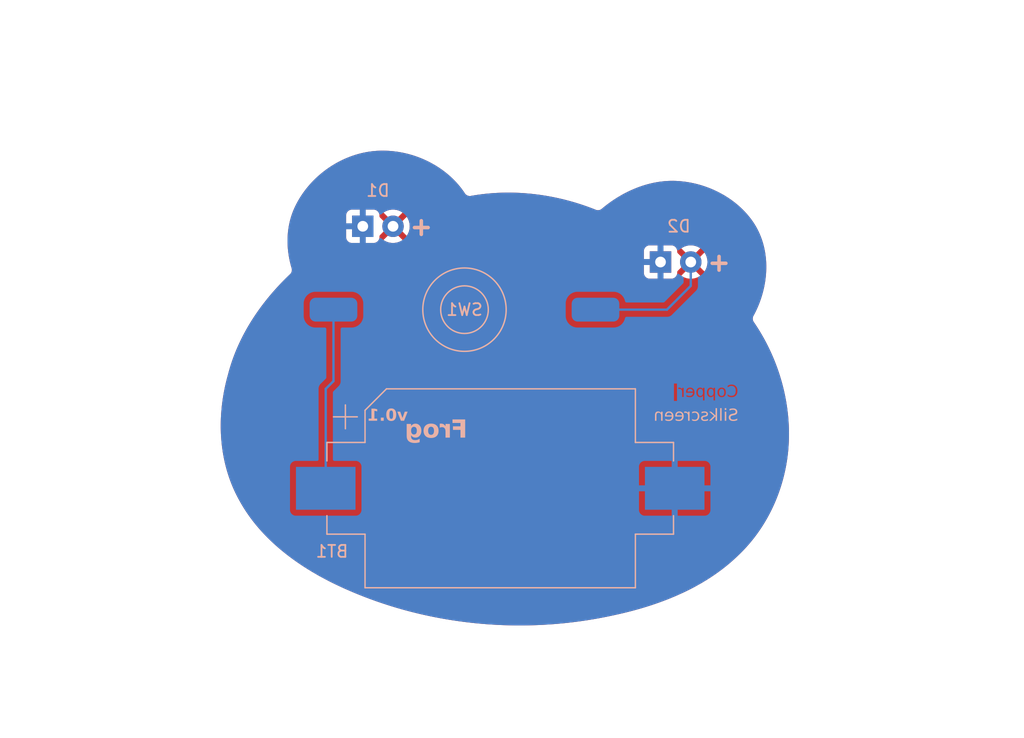
<source format=kicad_pcb>
(kicad_pcb (version 20241229) (generator "pcbnew") (generator_version "9.0")
  (layers (0 "F.Cu" signal) (2 "B.Cu" signal) (13 "F.Paste" user) (15 "B.Paste" user) (5 "F.SilkS" user "F.Silkscreen") (7 "B.SilkS" user "B.Silkscreen") (1 "F.Mask" user) (3 "B.Mask" user) (25 "Edge.Cuts" user))
  (net 0 "")
  (net 1 "GND")
  (net 2 "+3V0")
  (net 3 "VCC")
  (footprint "LED_THT:LED_D5.0mm_Clear" (layer "F.Cu") (at 128.46 73)
    (property "Reference" "D2" (at 1.54 -3 0) (layer "B.SilkS") (effects (justify mirror)))
    (property "Value" "LED")
    (pad "1" thru_hole rect (at 0 0) (size 1.8 1.8) (drill 0.9) (layers "*.Cu" "*.Mask") (net 1 "GND"))
    (pad "2" thru_hole circle (at 2.54 0) (size 1.8 1.8) (drill 0.9) (layers "*.Cu" "*.Mask") (net 3 "VCC"))
  )
  (footprint "blinkyparts:noun-frog-7216451_fertig" (layer "F.Cu") (at 91 63)
    (property "Reference" "frog" (hide yes))
    (property "Value" "G***" (hide yes))
    (fp_poly (pts (xy 14.154324 0.152403) (xy 13.901593 0.154598) (xy 13.64981 0.164911) (xy 13.399123 0.183207) (xy 13.149684 0.209353) (xy 12.901641 0.243215) (xy 12.655146 0.284659) (xy 12.410348 0.333553) (xy 12.167397 0.389761) (xy 11.926444 0.453151) (xy 11.687638 0.523588) (xy 11.451131 0.600939) (xy 11.217071 0.685071) (xy 10.985609 0.775849) (xy 10.756895 0.87314) (xy 10.531079 0.97681) (xy 10.308311 1.086726) (xy 10.088742 1.202753) (xy 9.872522 1.324759) (xy 9.659799 1.452608) (xy 9.450726 1.586169) (xy 9.245452 1.725306) (xy 9.044126 1.869887) (xy 8.846899 2.019777) (xy 8.653922 2.174843) (xy 8.465344 2.334951) (xy 8.281315 2.499968) (xy 8.101985 2.669759) (xy 7.927506 2.844192) (xy 7.758025 3.023132) (xy 7.593695 3.206445) (xy 7.434665 3.393998) (xy 7.281084 3.585658) (xy 7.133104 3.78129) (xy 6.990874 3.980761) (xy 6.854544 4.183937) (xy 6.724264 4.390685) (xy 6.600185 4.60087) (xy 6.482457 4.81436) (xy 6.37123 5.031019) (xy 6.266653 5.250716) (xy 6.165537 5.483492) (xy 6.073748 5.719193) (xy 5.991161 5.957568) (xy 5.917653 6.198368) (xy 5.853099 6.441342) (xy 5.797377 6.686241) (xy 5.750362 6.932814) (xy 5.71193 7.180812) (xy 5.681958 7.429984) (xy 5.660322 7.68008) (xy 5.646898 7.93085) (xy 5.641562 8.182044) (xy 5.64419 8.433413) (xy 5.654658 8.684705) (xy 5.672844 8.935671) (xy 5.698622 9.186062) (xy 5.731869 9.435626) (xy 5.772461 9.684114) (xy 5.820275 9.931276) (xy 5.875186 10.176861) (xy 5.937071 10.42062) (xy 6.005806 10.662303) (xy 5.818746 10.84156) (xy 5.63368 11.023017) (xy 5.450667 11.206651) (xy 5.269764 11.39244) (xy 5.091033 11.580361) (xy 4.91453 11.770392) (xy 4.740314 11.962509) (xy 4.568446 12.15669) (xy 4.398982 12.352913) (xy 4.231982 12.551154) (xy 4.067504 12.751391) (xy 3.905609 12.953601) (xy 3.746353 13.157761) (xy 3.589796 13.36385) (xy 3.435996 13.571843) (xy 3.285013 13.781718) (xy 3.136905 13.993453) (xy 2.99173 14.207025) (xy 2.849549 14.422412) (xy 2.710418 14.639589) (xy 2.574397 14.858536) (xy 2.441546 15.079228) (xy 2.311921 15.301644) (xy 2.185583 15.525761) (xy 2.06259 15.751556) (xy 1.943 15.979005) (xy 1.826873 16.208088) (xy 1.714267 16.43878) (xy 1.605241 16.671059) (xy 1.499854 16.904903) (xy 1.398164 17.140288) (xy 1.30023 17.377193) (xy 1.206111 17.615593) (xy 1.115866 17.855468) (xy 1.029553 18.096793) (xy 0.947231 18.339547) (xy 0.868959 18.583705) (xy 0.794796 18.829247) (xy 0.7248 19.076149) (xy 0.65903 19.324388) (xy 0.59145 19.570508) (xy 0.527535 19.817842) (xy 0.467324 20.066312) (xy 0.410854 20.315839) (xy 0.358163 20.566346) (xy 0.309291 20.817755) (xy 0.264276 21.069986) (xy 0.223155 21.322962) (xy 0.185968 21.576605) (xy 0.152752 21.830836) (xy 0.123546 22.085577) (xy 0.098389 22.34075) (xy 0.077318 22.596277) (xy 0.060372 22.852079) (xy 0.04759 23.108079) (xy 0.039009 23.364197) (xy 0.034669 23.620356) (xy 0.034607 23.876478) (xy 0.038861 24.132484) (xy 0.047471 24.388297) (xy 0.060475 24.643837) (xy 0.07791 24.899027) (xy 0.099816 25.153788) (xy 0.12623 25.408043) (xy 0.157191 25.661713) (xy 0.192738 25.914719) (xy 0.232908 26.166984) (xy 0.27774 26.418429) (xy 0.327273 26.668977) (xy 0.381544 26.918548) (xy 0.440592 27.167066) (xy 0.504456 27.41445) (xy 0.573173 27.660624) (xy 0.646783 27.905509) (xy 0.725323 28.149027) (xy 0.808832 28.391099) (xy 0.897349 28.631648) (xy 0.990911 28.870595) (xy 1.089556 29.107861) (xy 1.193324 29.34337) (xy 1.302253 29.577042) (xy 1.416381 29.808799) (xy 1.535746 30.038563) (xy 1.660387 30.266256) (xy 1.784831 30.488511) (xy 1.913372 30.707921) (xy 2.045933 30.9245) (xy 2.182437 31.138262) (xy 2.322805 31.34922) (xy 2.466961 31.557389) (xy 2.614828 31.762781) (xy 2.766328 31.965411) (xy 2.921383 32.165292) (xy 3.079917 32.362438) (xy 3.241853 32.556862) (xy 3.407112 32.748577) (xy 3.575617 32.937599) (xy 3.747292 33.123939) (xy 3.922059 33.307613) (xy 4.099841 33.488633) (xy 4.280559 33.667013) (xy 4.464138 33.842767) (xy 4.650499 34.015908) (xy 4.839566 34.18645) (xy 5.031261 34.354407) (xy 5.225507 34.519793) (xy 5.422226 34.68262) (xy 5.621341 34.842903) (xy 5.822775 35.000655) (xy 6.02645 35.15589) (xy 6.23229 35.308621) (xy 6.440216 35.458863) (xy 6.650152 35.606628) (xy 6.86202 35.751931) (xy 7.075743 35.894785) (xy 7.291244 36.035203) (xy 7.508445 36.1732) (xy 7.727269 36.308788) (xy 7.947638 36.441983) (xy 8.169476 36.572796) (xy 8.392705 36.701243) (xy 8.617248 36.827335) (xy 8.843027 36.951088) (xy 9.069965 37.072515) (xy 9.297985 37.191629) (xy 9.52701 37.308444) (xy 9.756961 37.422974) (xy 9.987763 37.535232) (xy 10.219337 37.645232) (xy 10.451606 37.752988) (xy 10.684493 37.858513) (xy 10.919611 37.963205) (xy 11.155512 38.066135) (xy 11.392182 38.167302) (xy 11.629607 38.266706) (xy 11.867775 38.364347) (xy 12.106672 38.460224) (xy 12.346285 38.554338) (xy 12.586601 38.646689) (xy 12.827606 38.737275) (xy 13.069286 38.826097) (xy 13.31163 38.913155) (xy 13.554623 38.998448) (xy 13.798251 39.081976) (xy 14.042503 39.163738) (xy 14.287364 39.243736) (xy 14.53282 39.321968) (xy 14.77886 39.398434) (xy 15.025469 39.473134) (xy 15.272635 39.546068) (xy 15.520343 39.617236) (xy 15.76858 39.686637) (xy 16.017334 39.75427) (xy 16.266591 39.820137) (xy 16.516338 39.884237) (xy 16.76656 39.946568) (xy 17.017246 40.007133) (xy 17.268381 40.065929) (xy 17.519953 40.122956) (xy 17.771948 40.178216) (xy 18.024352 40.231706) (xy 18.277153 40.283428) (xy 18.530338 40.333381) (xy 18.783891 40.381564) (xy 19.037802 40.427978) (xy 19.292056 40.472621) (xy 19.546639 40.515495) (xy 19.801539 40.556599) (xy 20.056742 40.595932) (xy 20.312236 40.633495) (xy 20.568006 40.669286) (xy 20.824039 40.703306) (xy 21.080322 40.735556) (xy 21.336842 40.766033) (xy 21.593586 40.794739) (xy 21.850539 40.821672) (xy 22.10769 40.846834) (xy 22.365024 40.870223) (xy 22.622528 40.891839) (xy 22.880188 40.911682) (xy 23.137993 40.929752) (xy 23.395927 40.946049) (xy 23.653979 40.960572) (xy 23.912134 40.973322) (xy 24.17038 40.984297) (xy 24.428702 40.993498) (xy 24.687088 41.000925) (xy 24.945525 41.006577) (xy 25.203999 41.010454) (xy 25.462496 41.012556) (xy 25.721004 41.012882) (xy 25.979509 41.011433) (xy 26.237998 41.008209) (xy 26.496457 41.003208) (xy 26.754874 40.99643) (xy 27.013234 40.987877) (xy 27.271525 40.977546) (xy 27.529734 40.965439) (xy 27.787846 40.951555) (xy 28.045849 40.935893) (xy 28.303729 40.918454) (xy 28.561474 40.899236) (xy 28.819069 40.878241) (xy 29.076501 40.855468) (xy 29.333758 40.830916) (xy 29.590825 40.804585) (xy 29.84769 40.776476) (xy 30.10434 40.746587) (xy 30.36076 40.714919) (xy 30.616937 40.681471) (xy 30.872859 40.646243) (xy 31.128512 40.609236) (xy 31.383882 40.570448) (xy 31.638957 40.52988) (xy 31.893723 40.48753) (xy 32.148166 40.4434) (xy 32.402274 40.397489) (xy 32.656033 40.349797) (xy 32.90943 40.300323) (xy 33.162451 40.249067) (xy 33.415084 40.196029) (xy 33.667314 40.141208) (xy 33.921504 40.085799) (xy 34.175585 40.028407) (xy 34.429497 39.968999) (xy 34.683176 39.907539) (xy 34.936561 39.843994) (xy 35.189592 39.778327) (xy 35.442205 39.710506) (xy 35.694341 39.640494) (xy 35.945936 39.568258) (xy 36.196929 39.493763) (xy 36.44726 39.416973) (xy 36.696865 39.337856) (xy 36.945684 39.256375) (xy 37.193655 39.172496) (xy 37.440716 39.086185) (xy 37.686806 38.997408) (xy 37.931863 38.906128) (xy 38.175825 38.812312) (xy 38.418632 38.715925) (xy 38.66022 38.616933) (xy 38.900529 38.5153) (xy 39.139497 38.410993) (xy 39.377063 38.303976) (xy 39.613164 38.194215) (xy 39.847739 38.081675) (xy 40.080727 37.966322) (xy 40.312065 37.848121) (xy 40.541693 37.727037) (xy 40.769549 37.603036) (xy 40.995571 37.476083) (xy 41.219697 37.346143) (xy 41.441866 37.213182) (xy 41.662016 37.077166) (xy 41.880086 36.938058) (xy 42.096014 36.795826) (xy 42.309738 36.650434) (xy 42.521197 36.501848) (xy 42.730329 36.350032) (xy 42.937073 36.194953) (xy 43.141367 36.036576) (xy 43.343149 35.874866) (xy 43.542357 35.709788) (xy 43.738931 35.541308) (xy 43.932808 35.369391) (xy 44.123927 35.194002) (xy 44.312226 35.015108) (xy 44.49666 34.837549) (xy 44.67735 34.656797) (xy 44.854282 34.472922) (xy 45.027446 34.285996) (xy 45.19683 34.09609) (xy 45.362423 33.903277) (xy 45.524212 33.707627) (xy 45.682187 33.509213) (xy 45.836336 33.308107) (xy 45.986646 33.104379) (xy 46.133107 32.898103) (xy 46.275707 32.689348) (xy 46.414435 32.478187) (xy 46.549278 32.264692) (xy 46.680226 32.048934) (xy 46.807266 31.830985) (xy 46.930387 31.610917) (xy 47.049577 31.388801) (xy 47.164826 31.164709) (xy 47.276121 30.938713) (xy 47.38345 30.710883) (xy 47.486803 30.481293) (xy 47.586167 30.250013) (xy 47.681531 30.017116) (xy 47.772884 29.782673) (xy 47.860213 29.546755) (xy 47.943508 29.309434) (xy 48.022756 29.070782) (xy 48.097946 28.830871) (xy 48.169067 28.589772) (xy 48.236107 28.347557) (xy 48.299054 28.104298) (xy 48.357896 27.860066) (xy 48.412623 27.614932) (xy 48.463223 27.36897) (xy 48.509683 27.122249) (xy 48.551993 26.874843) (xy 48.590141 26.626822) (xy 48.624114 26.378258) (xy 48.653903 26.129223) (xy 48.679494 25.879789) (xy 48.700877 25.630027) (xy 48.71804 25.380008) (xy 48.730972 25.129806) (xy 48.73966 24.87949) (xy 48.744093 24.629134) (xy 48.745173 24.374659) (xy 48.742228 24.120183) (xy 48.735278 23.865759) (xy 48.724343 23.611439) (xy 48.709444 23.357277) (xy 48.690602 23.103324) (xy 48.667837 22.849634) (xy 48.641169 22.596258) (xy 48.61062 22.343251) (xy 48.576208 22.090664) (xy 48.537955 21.838551) (xy 48.495882 21.586963) (xy 48.450008 21.335954) (xy 48.400354 21.085576) (xy 48.346941 20.835882) (xy 48.289789 20.586924) (xy 48.228918 20.338756) (xy 48.164349 20.091429) (xy 48.096103 19.844998) (xy 48.0242 19.599513) (xy 47.94866 19.355029) (xy 47.869504 19.111597) (xy 47.786752 18.869271) (xy 47.700424 18.628102) (xy 47.610542 18.388144) (xy 47.517126 18.14945) (xy 47.420195 17.912071) (xy 47.319771 17.676062) (xy 47.215875 17.441474) (xy 47.108525 17.208359) (xy 46.997744 16.976772) (xy 46.88355 16.746764) (xy 46.765966 16.518388) (xy 46.645011 16.291697) (xy 46.520706 16.066743) (xy 46.393071 15.84358) (xy 46.262126 15.622259) (xy 46.127893 15.402834) (xy 45.990391 15.185357) (xy 45.849641 14.969881) (xy 45.705664 14.756459) (xy 45.820213 14.540804) (xy 45.929214 14.321753) (xy 46.03257 14.099514) (xy 46.130185 13.874298) (xy 46.221962 13.646314) (xy 46.307804 13.415772) (xy 46.387616 13.18288) (xy 46.461299 12.947849) (xy 46.528759 12.710888) (xy 46.589898 12.472207) (xy 46.64462 12.232014) (xy 46.692828 11.99052) (xy 46.734426 11.747934) (xy 46.769317 11.504465) (xy 46.797405 11.260324) (xy 46.818592 11.015719) (xy 46.832784 10.77086) (xy 46.839882 10.525956) (xy 46.839791 10.281218) (xy 46.832414 10.036854) (xy 46.817654 9.793074) (xy 46.795415 9.550088) (xy 46.765601 9.308105) (xy 46.728114 9.067334) (xy 46.682859 8.827986) (xy 46.629738 8.590269) (xy 46.568655 8.354393) (xy 46.499514 8.120568) (xy 46.422218 7.889002) (xy 46.336671 7.659907) (xy 46.242776 7.43349) (xy 46.140436 7.209962) (xy 46.029555 6.989533) (xy 45.910036 6.772411) (xy 45.781783 6.558806) (xy 45.6447 6.348927) (xy 45.501088 6.146841) (xy 45.350883 5.949703) (xy 45.194293 5.757586) (xy 45.031524 5.57056) (xy 44.862783 5.388698) (xy 44.688278 5.212071) (xy 44.508214 5.040751) (xy 44.3228 4.87481) (xy 44.132242 4.714318) (xy 43.936746 4.559349) (xy 43.736521 4.409973) (xy 43.531773 4.266263) (xy 43.322708 4.12829) (xy 43.109534 3.996125) (xy 42.892458 3.86984) (xy 42.671686 3.749508) (xy 42.447427 3.635199) (xy 42.219886 3.526985) (xy 41.98927 3.424938) (xy 41.755787 3.32913) (xy 41.519643 3.239632) (xy 41.281046 3.156516) (xy 41.040202 3.079854) (xy 40.797318 3.009717) (xy 40.552602 2.946177) (xy 40.30626 2.889306) (xy 40.058499 2.839175) (xy 39.809526 2.795856) (xy 39.559548 2.759421) (xy 39.308772 2.729941) (xy 39.057405 2.707488) (xy 38.805654 2.692134) (xy 38.553726 2.68395) (xy 38.293124 2.685425) (xy 38.033464 2.695296) (xy 37.77487 2.713382) (xy 37.517464 2.739506) (xy 37.26137 2.773489) (xy 37.006709 2.815152) (xy 36.753605 2.864317) (xy 36.502181 2.920806) (xy 36.252558 2.984438) (xy 36.004861 3.055037) (xy 35.759212 3.132423) (xy 35.515733 3.216417) (xy 35.274548 3.306842) (xy 35.035779 3.403518) (xy 34.79955 3.506267) (xy 34.565982 3.614911) (xy 34.335198 3.729269) (xy 34.107322 3.849165) (xy 33.882477 3.97442) (xy 33.660784 4.104854) (xy 33.442367 4.240289) (xy 33.227349 4.380547) (xy 33.015852 4.525449) (xy 32.808 4.674816) (xy 32.603914 4.82847) (xy 32.403719 4.986233) (xy 32.207536 5.147924) (xy 31.965732 5.05277) (xy 31.72261 4.96059) (xy 31.478215 4.871405) (xy 31.232595 4.785235) (xy 30.985796 4.702103) (xy 30.737863 4.62203) (xy 30.488845 4.545037) (xy 30.238786 4.471145) (xy 29.987734 4.400375) (xy 29.735735 4.332749) (xy 29.482835 4.268287) (xy 29.229082 4.207012) (xy 28.97452 4.148945) (xy 28.719197 4.094106) (xy 28.46316 4.042517) (xy 28.206454 3.994199) (xy 27.949127 3.949173) (xy 27.691223 3.907462) (xy 27.432791 3.869085) (xy 27.173877 3.834064) (xy 26.914526 3.802421) (xy 26.654786 3.774177) (xy 26.394703 3.749353) (xy 26.134322 3.72797) (xy 25.873692 3.710049) (xy 25.612858 3.695612) (xy 25.351866 3.68468) (xy 25.090764 3.677275) (xy 24.829597 3.673417) (xy 24.568412 3.673127) (xy 24.307256 3.676428) (xy 24.046174 3.68334) (xy 23.785214 3.693885) (xy 23.524422 3.708083) (xy 23.263843 3.725956) (xy 23.003526 3.747526) (xy 22.743516 3.772813) (xy 22.483859 3.801839) (xy 22.224602 3.834625) (xy 21.965792 3.871193) (xy 21.707475 3.911563) (xy 21.449698 3.955757) (xy 21.309421 3.750012) (xy 21.162506 3.549097) (xy 21.009153 3.353092) (xy 20.84956 3.162078) (xy 20.68393 2.976136) (xy 20.512461 2.795346) (xy 20.335355 2.619789) (xy 20.152812 2.449545) (xy 19.965031 2.284696) (xy 19.772214 2.125322) (xy 19.574561 1.971502) (xy 19.372271 1.823319) (xy 19.165545 1.680853) (xy 18.954584 1.544184) (xy 18.739587 1.413393) (xy 18.520755 1.28856) (xy 18.298289 1.169767) (xy 18.072388 1.057093) (xy 17.843253 0.95062) (xy 17.611084 0.850428) (xy 17.376082 0.756598) (xy 17.138446 0.669209) (xy 16.898377 0.588344) (xy 16.656076 0.514083) (xy 16.411742 0.446506) (xy 16.165576 0.385693) (xy 15.917778 0.331726) (xy 15.668548 0.284685) (xy 15.418087 0.244651) (xy 15.166595 0.211704) (xy 14.914273 0.185926) (xy 14.66132 0.167395) (xy 14.407937 0.156194) (xy 14.154324 0.152403)) (stroke (width 0.00001)) (fill no) (layer "Edge.Cuts"))
  )
  (footprint "blinkyparts:Die lustigen 4" (layer "F.Cu") (at 94 82)
    (property "Reference" "die-lustigen-4" (hide yes))
    (property "Value" "G***" (hide yes))
  )
  (footprint "LED_THT:LED_D5.0mm_Clear" (layer "F.Cu") (at 103.46 70)
    (property "Reference" "D1" (at 1.27 -3 180) (layer "B.SilkS") (effects (justify mirror)))
    (property "Value" "LED")
    (pad "1" thru_hole rect (at 0 0) (size 1.8 1.8) (drill 0.9) (layers "*.Cu" "*.Mask") (net 1 "GND"))
    (pad "2" thru_hole circle (at 2.54 0) (size 1.8 1.8) (drill 0.9) (layers "*.Cu" "*.Mask") (net 3 "VCC"))
  )
  (footprint "blinkyparts:BatteryHolder_Keystone_1060_1x2032_HandSoldering" (layer "B.Cu") (at 115 92)
    (property "Reference" "BT1" (at -14.125 5.3 0) (layer "B.SilkS") (effects (justify mirror)))
    (property "Value" "Battery_Cell")
    (fp_line (start -14.55 -3.85) (end -11.35 -3.85) (stroke (width 0.12)) (layer "B.SilkS"))
    (fp_line (start -14.55 -2.3) (end -14.55 -3.85) (stroke (width 0.12)) (layer "B.SilkS"))
    (fp_line (start -14.55 2.3) (end -14.55 3.85) (stroke (width 0.12)) (layer "B.SilkS"))
    (fp_line (start -14.55 3.85) (end -11.35 3.85) (stroke (width 0.12)) (layer "B.SilkS"))
    (fp_line (start -14 -6) (end -12 -6) (stroke (width 0.12)) (layer "B.SilkS"))
    (fp_line (start -13 -7) (end -13 -5) (stroke (width 0.12)) (layer "B.SilkS"))
    (fp_line (start -11.35 -6.55) (end -9.55 -8.35) (stroke (width 0.12)) (layer "B.SilkS"))
    (fp_line (start -11.35 -3.85) (end -11.35 -6.55) (stroke (width 0.12)) (layer "B.SilkS"))
    (fp_line (start -11.35 3.85) (end -11.35 8.35) (stroke (width 0.12)) (layer "B.SilkS"))
    (fp_line (start -9.55 -8.35) (end 11.35 -8.35) (stroke (width 0.12)) (layer "B.SilkS"))
    (fp_line (start 11.35 -3.85) (end 11.35 -8.35) (stroke (width 0.12)) (layer "B.SilkS"))
    (fp_line (start 11.35 3.85) (end 11.35 8.35) (stroke (width 0.12)) (layer "B.SilkS"))
    (fp_line (start 11.35 8.35) (end -11.35 8.35) (stroke (width 0.12)) (layer "B.SilkS"))
    (fp_line (start 14.55 -3.85) (end 11.35 -3.85) (stroke (width 0.12)) (layer "B.SilkS"))
    (fp_line (start 14.55 -2.3) (end 14.55 -3.85) (stroke (width 0.12)) (layer "B.SilkS"))
    (fp_line (start 14.55 2.3) (end 14.55 3.85) (stroke (width 0.12)) (layer "B.SilkS"))
    (fp_line (start 14.55 3.85) (end 11.35 3.85) (stroke (width 0.12)) (layer "B.SilkS"))
    (pad "1" smd rect (at -14.65 0 180) (size 5 3.6) (layers "B.Cu" "B.Mask" "B.Paste") (net 2 "+3V0"))
    (pad "2" smd rect (at 14.65 0 180) (size 5 3.6) (layers "B.Cu" "B.Mask" "B.Paste") (net 1 "GND"))
  )
  (footprint "blinkyparts:Push_Button" (layer "B.Cu") (at 124 77 180)
    (property "Reference" "SW1" (at 12 0 0) (layer "B.SilkS") (effects (justify mirror)))
    (property "Value" "SW_DIP_x01")
    (fp_circle (center 12 0) (end 15.5 0) (stroke (width 0.12)) (fill no) (layer "B.SilkS"))
    (fp_circle (center 12 0) (end 14 0) (stroke (width 0.12)) (fill no) (layer "B.SilkS"))
    (pad "1" smd roundrect (at 1 0 180) (size 4 2) (layers "B.Cu" "B.Mask" "B.Paste") (net 3 "VCC"))
    (pad "2" smd roundrect (at 23 0 180) (size 4 2) (layers "B.Cu" "B.Mask" "B.Paste") (net 2 "+3V0"))
  )
  (gr_text "Copper" (at 135 84.5 0) (layer "B.Cu" knockout) (effects (font (size 1 1) (thickness 0.1)) (justify left bottom mirror)))
  (gr_text "Silkscreen" (at 135 86.5 0) (layer "B.SilkS") (effects (font (size 1 1) (thickness 0.1)) (justify left bottom mirror)))
  (gr_text "v0.1" (at 107.25 86.5 0) (layer "B.SilkS") (effects (font (size 1 1) (thickness 0.25) (bold yes)) (justify left bottom mirror)))
  (gr_text "+" (at 109.5 70 0) (layer "B.SilkS") (effects (font (size 1.5 1.5) (thickness 0.3) (bold yes)) (justify left mirror)))
  (gr_text "+" (at 134.5 73 0) (layer "B.SilkS") (effects (font (size 1.5 1.5) (thickness 0.3) (bold yes)) (justify left mirror)))
  (gr_text "Frog" (at 112.25 88 0) (layer "B.SilkS") (effects (font (size 1.5 1.5) (thickness 0.3) (bold yes)) (justify left bottom mirror)))
  (segment (start 100.35 92) (end 100.35 83.65) (width 0.2) (layer "B.Cu") (net 2))
  (segment (start 101 83) (end 101 77) (width 0.2) (layer "B.Cu") (net 2))
  (segment (start 100.35 83.65) (end 101 83) (width 0.2) (layer "B.Cu") (net 2))
  (segment (start 123 77) (end 129 77) (width 0.2) (layer "B.Cu") (net 3))
  (segment (start 131 75) (end 131 73) (width 0.2) (layer "B.Cu") (net 3))
  (segment (start 129 77) (end 131 75) (width 0.2) (layer "B.Cu") (net 3))
  (zone (net 3) (net_name "VCC") (layer "F.Cu") (connect_pads (clearance 0.5)) (min_thickness 0.25) (fill yes (thermal_gap 0.5) (thermal_bridge_width 0.5))
    (polygon (pts (xy 90 61) (xy 87 106) (xy 157 107) (xy 146 60)))
  )
  (zone (net 1) (net_name "GND") (layer "B.Cu") (priority 1) (connect_pads (clearance 0.5)) (min_thickness 0.25) (fill yes (thermal_gap 0.5) (thermal_bridge_width 0.5))
    (polygon (pts (xy 155 67) (xy 137 113) (xy 73 105) (xy 100 51) (xy 159 55)))
  )
)
</source>
